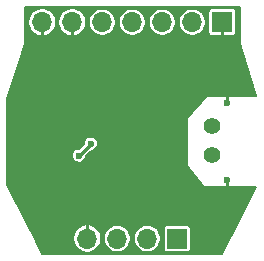
<source format=gbl>
G04 #@! TF.GenerationSoftware,KiCad,Pcbnew,(5.1.10)-1*
G04 #@! TF.CreationDate,2021-07-25T13:55:37-07:00*
G04 #@! TF.ProjectId,stat-monitor,73746174-2d6d-46f6-9e69-746f722e6b69,rev?*
G04 #@! TF.SameCoordinates,Original*
G04 #@! TF.FileFunction,Copper,L2,Bot*
G04 #@! TF.FilePolarity,Positive*
%FSLAX46Y46*%
G04 Gerber Fmt 4.6, Leading zero omitted, Abs format (unit mm)*
G04 Created by KiCad (PCBNEW (5.1.10)-1) date 2021-07-25 13:55:37*
%MOMM*%
%LPD*%
G01*
G04 APERTURE LIST*
G04 #@! TA.AperFunction,ComponentPad*
%ADD10O,1.700000X1.700000*%
G04 #@! TD*
G04 #@! TA.AperFunction,ComponentPad*
%ADD11R,1.700000X1.700000*%
G04 #@! TD*
G04 #@! TA.AperFunction,ComponentPad*
%ADD12C,1.400000*%
G04 #@! TD*
G04 #@! TA.AperFunction,ViaPad*
%ADD13C,0.600000*%
G04 #@! TD*
G04 #@! TA.AperFunction,Conductor*
%ADD14C,0.250000*%
G04 #@! TD*
G04 #@! TA.AperFunction,Conductor*
%ADD15C,0.200000*%
G04 #@! TD*
G04 #@! TA.AperFunction,Conductor*
%ADD16C,0.100000*%
G04 #@! TD*
G04 APERTURE END LIST*
D10*
X176990000Y-120300000D03*
X179530000Y-120300000D03*
X182070000Y-120300000D03*
D11*
X184610000Y-120300000D03*
X188420000Y-101981000D03*
D10*
X185880000Y-101981000D03*
X183340000Y-101981000D03*
X180800000Y-101981000D03*
X178260000Y-101981000D03*
X175720000Y-101981000D03*
X173180000Y-101981000D03*
D12*
X187579000Y-113244000D03*
X187579000Y-110744000D03*
D13*
X184531000Y-114554000D03*
X173482000Y-108712000D03*
X188849000Y-115316000D03*
X188849000Y-108839000D03*
X187579000Y-105029000D03*
X189103000Y-107442000D03*
X177927000Y-118745000D03*
X176276000Y-113284000D03*
X177292000Y-112268000D03*
D14*
X176990000Y-120300000D02*
X176990000Y-118920000D01*
X173180000Y-101981000D02*
X173180000Y-103203000D01*
X175720000Y-101981000D02*
X175720000Y-103203000D01*
X188420000Y-101981000D02*
X188420000Y-103203000D01*
X188849000Y-115316000D02*
X188849000Y-116078000D01*
X188849000Y-108839000D02*
X188849000Y-108077000D01*
X176276000Y-113284000D02*
X177292000Y-112268000D01*
D15*
X189875001Y-103788600D02*
X189874837Y-103789491D01*
X189875001Y-103800897D01*
X189875001Y-103806134D01*
X189875089Y-103807029D01*
X189875191Y-103814111D01*
X189876294Y-103819268D01*
X189876810Y-103824504D01*
X189878862Y-103831268D01*
X189879053Y-103832161D01*
X189880666Y-103837215D01*
X189883958Y-103848067D01*
X189884383Y-103848863D01*
X191282937Y-108231000D01*
X187198000Y-108231000D01*
X187174874Y-108233711D01*
X187156338Y-108240092D01*
X187139404Y-108249966D01*
X187124721Y-108262955D01*
X185473721Y-110040955D01*
X185463853Y-110053443D01*
X185454612Y-110070732D01*
X185448921Y-110089491D01*
X185447000Y-110109000D01*
X185447000Y-114173000D01*
X185450438Y-114198998D01*
X185457366Y-114217336D01*
X185467738Y-114233971D01*
X186737738Y-115884971D01*
X186746289Y-115894711D01*
X186761443Y-115907147D01*
X186778732Y-115916388D01*
X186797491Y-115922079D01*
X186817000Y-115924000D01*
X191296717Y-115924000D01*
X188423329Y-121575000D01*
X173176672Y-121575000D01*
X172468771Y-120182795D01*
X175800000Y-120182795D01*
X175800000Y-120417205D01*
X175845731Y-120647110D01*
X175935436Y-120863676D01*
X176065667Y-121058581D01*
X176231419Y-121224333D01*
X176426324Y-121354564D01*
X176642890Y-121444269D01*
X176872795Y-121490000D01*
X177107205Y-121490000D01*
X177337110Y-121444269D01*
X177553676Y-121354564D01*
X177748581Y-121224333D01*
X177914333Y-121058581D01*
X178044564Y-120863676D01*
X178134269Y-120647110D01*
X178180000Y-120417205D01*
X178180000Y-120186735D01*
X178380000Y-120186735D01*
X178380000Y-120413265D01*
X178424194Y-120635443D01*
X178510884Y-120844729D01*
X178636737Y-121033082D01*
X178796918Y-121193263D01*
X178985271Y-121319116D01*
X179194557Y-121405806D01*
X179416735Y-121450000D01*
X179643265Y-121450000D01*
X179865443Y-121405806D01*
X180074729Y-121319116D01*
X180263082Y-121193263D01*
X180423263Y-121033082D01*
X180549116Y-120844729D01*
X180635806Y-120635443D01*
X180680000Y-120413265D01*
X180680000Y-120186735D01*
X180920000Y-120186735D01*
X180920000Y-120413265D01*
X180964194Y-120635443D01*
X181050884Y-120844729D01*
X181176737Y-121033082D01*
X181336918Y-121193263D01*
X181525271Y-121319116D01*
X181734557Y-121405806D01*
X181956735Y-121450000D01*
X182183265Y-121450000D01*
X182405443Y-121405806D01*
X182614729Y-121319116D01*
X182803082Y-121193263D01*
X182963263Y-121033082D01*
X183089116Y-120844729D01*
X183175806Y-120635443D01*
X183220000Y-120413265D01*
X183220000Y-120186735D01*
X183175806Y-119964557D01*
X183089116Y-119755271D01*
X182963263Y-119566918D01*
X182846345Y-119450000D01*
X183458549Y-119450000D01*
X183458549Y-121150000D01*
X183464341Y-121208810D01*
X183481496Y-121265360D01*
X183509353Y-121317477D01*
X183546842Y-121363158D01*
X183592523Y-121400647D01*
X183644640Y-121428504D01*
X183701190Y-121445659D01*
X183760000Y-121451451D01*
X185460000Y-121451451D01*
X185518810Y-121445659D01*
X185575360Y-121428504D01*
X185627477Y-121400647D01*
X185673158Y-121363158D01*
X185710647Y-121317477D01*
X185738504Y-121265360D01*
X185755659Y-121208810D01*
X185761451Y-121150000D01*
X185761451Y-119450000D01*
X185755659Y-119391190D01*
X185738504Y-119334640D01*
X185710647Y-119282523D01*
X185673158Y-119236842D01*
X185627477Y-119199353D01*
X185575360Y-119171496D01*
X185518810Y-119154341D01*
X185460000Y-119148549D01*
X183760000Y-119148549D01*
X183701190Y-119154341D01*
X183644640Y-119171496D01*
X183592523Y-119199353D01*
X183546842Y-119236842D01*
X183509353Y-119282523D01*
X183481496Y-119334640D01*
X183464341Y-119391190D01*
X183458549Y-119450000D01*
X182846345Y-119450000D01*
X182803082Y-119406737D01*
X182614729Y-119280884D01*
X182405443Y-119194194D01*
X182183265Y-119150000D01*
X181956735Y-119150000D01*
X181734557Y-119194194D01*
X181525271Y-119280884D01*
X181336918Y-119406737D01*
X181176737Y-119566918D01*
X181050884Y-119755271D01*
X180964194Y-119964557D01*
X180920000Y-120186735D01*
X180680000Y-120186735D01*
X180635806Y-119964557D01*
X180549116Y-119755271D01*
X180423263Y-119566918D01*
X180263082Y-119406737D01*
X180074729Y-119280884D01*
X179865443Y-119194194D01*
X179643265Y-119150000D01*
X179416735Y-119150000D01*
X179194557Y-119194194D01*
X178985271Y-119280884D01*
X178796918Y-119406737D01*
X178636737Y-119566918D01*
X178510884Y-119755271D01*
X178424194Y-119964557D01*
X178380000Y-120186735D01*
X178180000Y-120186735D01*
X178180000Y-120182795D01*
X178134269Y-119952890D01*
X178044564Y-119736324D01*
X177914333Y-119541419D01*
X177748581Y-119375667D01*
X177553676Y-119245436D01*
X177337110Y-119155731D01*
X177107205Y-119110000D01*
X176872795Y-119110000D01*
X176642890Y-119155731D01*
X176426324Y-119245436D01*
X176231419Y-119375667D01*
X176065667Y-119541419D01*
X175935436Y-119736324D01*
X175845731Y-119952890D01*
X175800000Y-120182795D01*
X172468771Y-120182795D01*
X170225000Y-115770048D01*
X170225000Y-113224905D01*
X175676000Y-113224905D01*
X175676000Y-113343095D01*
X175699058Y-113459014D01*
X175744287Y-113568207D01*
X175809950Y-113666478D01*
X175893522Y-113750050D01*
X175991793Y-113815713D01*
X176100986Y-113860942D01*
X176216905Y-113884000D01*
X176335095Y-113884000D01*
X176451014Y-113860942D01*
X176560207Y-113815713D01*
X176658478Y-113750050D01*
X176742050Y-113666478D01*
X176807713Y-113568207D01*
X176852942Y-113459014D01*
X176876000Y-113343095D01*
X176876000Y-113285040D01*
X177293041Y-112868000D01*
X177351095Y-112868000D01*
X177467014Y-112844942D01*
X177576207Y-112799713D01*
X177674478Y-112734050D01*
X177758050Y-112650478D01*
X177823713Y-112552207D01*
X177868942Y-112443014D01*
X177892000Y-112327095D01*
X177892000Y-112208905D01*
X177868942Y-112092986D01*
X177823713Y-111983793D01*
X177758050Y-111885522D01*
X177674478Y-111801950D01*
X177576207Y-111736287D01*
X177467014Y-111691058D01*
X177351095Y-111668000D01*
X177232905Y-111668000D01*
X177116986Y-111691058D01*
X177007793Y-111736287D01*
X176909522Y-111801950D01*
X176825950Y-111885522D01*
X176760287Y-111983793D01*
X176715058Y-112092986D01*
X176692000Y-112208905D01*
X176692000Y-112266959D01*
X176274960Y-112684000D01*
X176216905Y-112684000D01*
X176100986Y-112707058D01*
X175991793Y-112752287D01*
X175893522Y-112817950D01*
X175809950Y-112901522D01*
X175744287Y-112999793D01*
X175699058Y-113108986D01*
X175676000Y-113224905D01*
X170225000Y-113224905D01*
X170225000Y-108519461D01*
X171715615Y-103848867D01*
X171716043Y-103848067D01*
X171719354Y-103837151D01*
X171720947Y-103832161D01*
X171721136Y-103831279D01*
X171723191Y-103824504D01*
X171723707Y-103819259D01*
X171724809Y-103814111D01*
X171724911Y-103807041D01*
X171725000Y-103806134D01*
X171725000Y-103800827D01*
X171725163Y-103789490D01*
X171725000Y-103788604D01*
X171725000Y-101863795D01*
X171990000Y-101863795D01*
X171990000Y-102098205D01*
X172035731Y-102328110D01*
X172125436Y-102544676D01*
X172255667Y-102739581D01*
X172421419Y-102905333D01*
X172616324Y-103035564D01*
X172832890Y-103125269D01*
X173062795Y-103171000D01*
X173297205Y-103171000D01*
X173527110Y-103125269D01*
X173743676Y-103035564D01*
X173938581Y-102905333D01*
X174104333Y-102739581D01*
X174234564Y-102544676D01*
X174324269Y-102328110D01*
X174370000Y-102098205D01*
X174370000Y-101863795D01*
X174530000Y-101863795D01*
X174530000Y-102098205D01*
X174575731Y-102328110D01*
X174665436Y-102544676D01*
X174795667Y-102739581D01*
X174961419Y-102905333D01*
X175156324Y-103035564D01*
X175372890Y-103125269D01*
X175602795Y-103171000D01*
X175837205Y-103171000D01*
X176067110Y-103125269D01*
X176283676Y-103035564D01*
X176478581Y-102905333D01*
X176644333Y-102739581D01*
X176774564Y-102544676D01*
X176864269Y-102328110D01*
X176910000Y-102098205D01*
X176910000Y-101867735D01*
X177110000Y-101867735D01*
X177110000Y-102094265D01*
X177154194Y-102316443D01*
X177240884Y-102525729D01*
X177366737Y-102714082D01*
X177526918Y-102874263D01*
X177715271Y-103000116D01*
X177924557Y-103086806D01*
X178146735Y-103131000D01*
X178373265Y-103131000D01*
X178595443Y-103086806D01*
X178804729Y-103000116D01*
X178993082Y-102874263D01*
X179153263Y-102714082D01*
X179279116Y-102525729D01*
X179365806Y-102316443D01*
X179410000Y-102094265D01*
X179410000Y-101867735D01*
X179650000Y-101867735D01*
X179650000Y-102094265D01*
X179694194Y-102316443D01*
X179780884Y-102525729D01*
X179906737Y-102714082D01*
X180066918Y-102874263D01*
X180255271Y-103000116D01*
X180464557Y-103086806D01*
X180686735Y-103131000D01*
X180913265Y-103131000D01*
X181135443Y-103086806D01*
X181344729Y-103000116D01*
X181533082Y-102874263D01*
X181693263Y-102714082D01*
X181819116Y-102525729D01*
X181905806Y-102316443D01*
X181950000Y-102094265D01*
X181950000Y-101867735D01*
X182190000Y-101867735D01*
X182190000Y-102094265D01*
X182234194Y-102316443D01*
X182320884Y-102525729D01*
X182446737Y-102714082D01*
X182606918Y-102874263D01*
X182795271Y-103000116D01*
X183004557Y-103086806D01*
X183226735Y-103131000D01*
X183453265Y-103131000D01*
X183675443Y-103086806D01*
X183884729Y-103000116D01*
X184073082Y-102874263D01*
X184233263Y-102714082D01*
X184359116Y-102525729D01*
X184445806Y-102316443D01*
X184490000Y-102094265D01*
X184490000Y-101867735D01*
X184730000Y-101867735D01*
X184730000Y-102094265D01*
X184774194Y-102316443D01*
X184860884Y-102525729D01*
X184986737Y-102714082D01*
X185146918Y-102874263D01*
X185335271Y-103000116D01*
X185544557Y-103086806D01*
X185766735Y-103131000D01*
X185993265Y-103131000D01*
X186215443Y-103086806D01*
X186424729Y-103000116D01*
X186613082Y-102874263D01*
X186773263Y-102714082D01*
X186899116Y-102525729D01*
X186985806Y-102316443D01*
X187030000Y-102094265D01*
X187030000Y-101867735D01*
X186985806Y-101645557D01*
X186899116Y-101436271D01*
X186773263Y-101247918D01*
X186656345Y-101131000D01*
X187228355Y-101131000D01*
X187228355Y-102831000D01*
X187234920Y-102897652D01*
X187254361Y-102961742D01*
X187285933Y-103020808D01*
X187328421Y-103072579D01*
X187380192Y-103115067D01*
X187439258Y-103146639D01*
X187503348Y-103166080D01*
X187570000Y-103172645D01*
X189270000Y-103172645D01*
X189336652Y-103166080D01*
X189400742Y-103146639D01*
X189459808Y-103115067D01*
X189511579Y-103072579D01*
X189554067Y-103020808D01*
X189585639Y-102961742D01*
X189605080Y-102897652D01*
X189611645Y-102831000D01*
X189611645Y-101131000D01*
X189605080Y-101064348D01*
X189585639Y-101000258D01*
X189554067Y-100941192D01*
X189511579Y-100889421D01*
X189459808Y-100846933D01*
X189400742Y-100815361D01*
X189336652Y-100795920D01*
X189270000Y-100789355D01*
X187570000Y-100789355D01*
X187503348Y-100795920D01*
X187439258Y-100815361D01*
X187380192Y-100846933D01*
X187328421Y-100889421D01*
X187285933Y-100941192D01*
X187254361Y-101000258D01*
X187234920Y-101064348D01*
X187228355Y-101131000D01*
X186656345Y-101131000D01*
X186613082Y-101087737D01*
X186424729Y-100961884D01*
X186215443Y-100875194D01*
X185993265Y-100831000D01*
X185766735Y-100831000D01*
X185544557Y-100875194D01*
X185335271Y-100961884D01*
X185146918Y-101087737D01*
X184986737Y-101247918D01*
X184860884Y-101436271D01*
X184774194Y-101645557D01*
X184730000Y-101867735D01*
X184490000Y-101867735D01*
X184445806Y-101645557D01*
X184359116Y-101436271D01*
X184233263Y-101247918D01*
X184073082Y-101087737D01*
X183884729Y-100961884D01*
X183675443Y-100875194D01*
X183453265Y-100831000D01*
X183226735Y-100831000D01*
X183004557Y-100875194D01*
X182795271Y-100961884D01*
X182606918Y-101087737D01*
X182446737Y-101247918D01*
X182320884Y-101436271D01*
X182234194Y-101645557D01*
X182190000Y-101867735D01*
X181950000Y-101867735D01*
X181905806Y-101645557D01*
X181819116Y-101436271D01*
X181693263Y-101247918D01*
X181533082Y-101087737D01*
X181344729Y-100961884D01*
X181135443Y-100875194D01*
X180913265Y-100831000D01*
X180686735Y-100831000D01*
X180464557Y-100875194D01*
X180255271Y-100961884D01*
X180066918Y-101087737D01*
X179906737Y-101247918D01*
X179780884Y-101436271D01*
X179694194Y-101645557D01*
X179650000Y-101867735D01*
X179410000Y-101867735D01*
X179365806Y-101645557D01*
X179279116Y-101436271D01*
X179153263Y-101247918D01*
X178993082Y-101087737D01*
X178804729Y-100961884D01*
X178595443Y-100875194D01*
X178373265Y-100831000D01*
X178146735Y-100831000D01*
X177924557Y-100875194D01*
X177715271Y-100961884D01*
X177526918Y-101087737D01*
X177366737Y-101247918D01*
X177240884Y-101436271D01*
X177154194Y-101645557D01*
X177110000Y-101867735D01*
X176910000Y-101867735D01*
X176910000Y-101863795D01*
X176864269Y-101633890D01*
X176774564Y-101417324D01*
X176644333Y-101222419D01*
X176478581Y-101056667D01*
X176283676Y-100926436D01*
X176067110Y-100836731D01*
X175837205Y-100791000D01*
X175602795Y-100791000D01*
X175372890Y-100836731D01*
X175156324Y-100926436D01*
X174961419Y-101056667D01*
X174795667Y-101222419D01*
X174665436Y-101417324D01*
X174575731Y-101633890D01*
X174530000Y-101863795D01*
X174370000Y-101863795D01*
X174324269Y-101633890D01*
X174234564Y-101417324D01*
X174104333Y-101222419D01*
X173938581Y-101056667D01*
X173743676Y-100926436D01*
X173527110Y-100836731D01*
X173297205Y-100791000D01*
X173062795Y-100791000D01*
X172832890Y-100836731D01*
X172616324Y-100926436D01*
X172421419Y-101056667D01*
X172255667Y-101222419D01*
X172125436Y-101417324D01*
X172035731Y-101633890D01*
X171990000Y-101863795D01*
X171725000Y-101863795D01*
X171725000Y-100725000D01*
X189875000Y-100725000D01*
X189875001Y-103788600D01*
G04 #@! TA.AperFunction,Conductor*
D16*
G36*
X189875001Y-103788600D02*
G01*
X189874837Y-103789491D01*
X189875001Y-103800897D01*
X189875001Y-103806134D01*
X189875089Y-103807029D01*
X189875191Y-103814111D01*
X189876294Y-103819268D01*
X189876810Y-103824504D01*
X189878862Y-103831268D01*
X189879053Y-103832161D01*
X189880666Y-103837215D01*
X189883958Y-103848067D01*
X189884383Y-103848863D01*
X191282937Y-108231000D01*
X187198000Y-108231000D01*
X187174874Y-108233711D01*
X187156338Y-108240092D01*
X187139404Y-108249966D01*
X187124721Y-108262955D01*
X185473721Y-110040955D01*
X185463853Y-110053443D01*
X185454612Y-110070732D01*
X185448921Y-110089491D01*
X185447000Y-110109000D01*
X185447000Y-114173000D01*
X185450438Y-114198998D01*
X185457366Y-114217336D01*
X185467738Y-114233971D01*
X186737738Y-115884971D01*
X186746289Y-115894711D01*
X186761443Y-115907147D01*
X186778732Y-115916388D01*
X186797491Y-115922079D01*
X186817000Y-115924000D01*
X191296717Y-115924000D01*
X188423329Y-121575000D01*
X173176672Y-121575000D01*
X172468771Y-120182795D01*
X175800000Y-120182795D01*
X175800000Y-120417205D01*
X175845731Y-120647110D01*
X175935436Y-120863676D01*
X176065667Y-121058581D01*
X176231419Y-121224333D01*
X176426324Y-121354564D01*
X176642890Y-121444269D01*
X176872795Y-121490000D01*
X177107205Y-121490000D01*
X177337110Y-121444269D01*
X177553676Y-121354564D01*
X177748581Y-121224333D01*
X177914333Y-121058581D01*
X178044564Y-120863676D01*
X178134269Y-120647110D01*
X178180000Y-120417205D01*
X178180000Y-120186735D01*
X178380000Y-120186735D01*
X178380000Y-120413265D01*
X178424194Y-120635443D01*
X178510884Y-120844729D01*
X178636737Y-121033082D01*
X178796918Y-121193263D01*
X178985271Y-121319116D01*
X179194557Y-121405806D01*
X179416735Y-121450000D01*
X179643265Y-121450000D01*
X179865443Y-121405806D01*
X180074729Y-121319116D01*
X180263082Y-121193263D01*
X180423263Y-121033082D01*
X180549116Y-120844729D01*
X180635806Y-120635443D01*
X180680000Y-120413265D01*
X180680000Y-120186735D01*
X180920000Y-120186735D01*
X180920000Y-120413265D01*
X180964194Y-120635443D01*
X181050884Y-120844729D01*
X181176737Y-121033082D01*
X181336918Y-121193263D01*
X181525271Y-121319116D01*
X181734557Y-121405806D01*
X181956735Y-121450000D01*
X182183265Y-121450000D01*
X182405443Y-121405806D01*
X182614729Y-121319116D01*
X182803082Y-121193263D01*
X182963263Y-121033082D01*
X183089116Y-120844729D01*
X183175806Y-120635443D01*
X183220000Y-120413265D01*
X183220000Y-120186735D01*
X183175806Y-119964557D01*
X183089116Y-119755271D01*
X182963263Y-119566918D01*
X182846345Y-119450000D01*
X183458549Y-119450000D01*
X183458549Y-121150000D01*
X183464341Y-121208810D01*
X183481496Y-121265360D01*
X183509353Y-121317477D01*
X183546842Y-121363158D01*
X183592523Y-121400647D01*
X183644640Y-121428504D01*
X183701190Y-121445659D01*
X183760000Y-121451451D01*
X185460000Y-121451451D01*
X185518810Y-121445659D01*
X185575360Y-121428504D01*
X185627477Y-121400647D01*
X185673158Y-121363158D01*
X185710647Y-121317477D01*
X185738504Y-121265360D01*
X185755659Y-121208810D01*
X185761451Y-121150000D01*
X185761451Y-119450000D01*
X185755659Y-119391190D01*
X185738504Y-119334640D01*
X185710647Y-119282523D01*
X185673158Y-119236842D01*
X185627477Y-119199353D01*
X185575360Y-119171496D01*
X185518810Y-119154341D01*
X185460000Y-119148549D01*
X183760000Y-119148549D01*
X183701190Y-119154341D01*
X183644640Y-119171496D01*
X183592523Y-119199353D01*
X183546842Y-119236842D01*
X183509353Y-119282523D01*
X183481496Y-119334640D01*
X183464341Y-119391190D01*
X183458549Y-119450000D01*
X182846345Y-119450000D01*
X182803082Y-119406737D01*
X182614729Y-119280884D01*
X182405443Y-119194194D01*
X182183265Y-119150000D01*
X181956735Y-119150000D01*
X181734557Y-119194194D01*
X181525271Y-119280884D01*
X181336918Y-119406737D01*
X181176737Y-119566918D01*
X181050884Y-119755271D01*
X180964194Y-119964557D01*
X180920000Y-120186735D01*
X180680000Y-120186735D01*
X180635806Y-119964557D01*
X180549116Y-119755271D01*
X180423263Y-119566918D01*
X180263082Y-119406737D01*
X180074729Y-119280884D01*
X179865443Y-119194194D01*
X179643265Y-119150000D01*
X179416735Y-119150000D01*
X179194557Y-119194194D01*
X178985271Y-119280884D01*
X178796918Y-119406737D01*
X178636737Y-119566918D01*
X178510884Y-119755271D01*
X178424194Y-119964557D01*
X178380000Y-120186735D01*
X178180000Y-120186735D01*
X178180000Y-120182795D01*
X178134269Y-119952890D01*
X178044564Y-119736324D01*
X177914333Y-119541419D01*
X177748581Y-119375667D01*
X177553676Y-119245436D01*
X177337110Y-119155731D01*
X177107205Y-119110000D01*
X176872795Y-119110000D01*
X176642890Y-119155731D01*
X176426324Y-119245436D01*
X176231419Y-119375667D01*
X176065667Y-119541419D01*
X175935436Y-119736324D01*
X175845731Y-119952890D01*
X175800000Y-120182795D01*
X172468771Y-120182795D01*
X170225000Y-115770048D01*
X170225000Y-113224905D01*
X175676000Y-113224905D01*
X175676000Y-113343095D01*
X175699058Y-113459014D01*
X175744287Y-113568207D01*
X175809950Y-113666478D01*
X175893522Y-113750050D01*
X175991793Y-113815713D01*
X176100986Y-113860942D01*
X176216905Y-113884000D01*
X176335095Y-113884000D01*
X176451014Y-113860942D01*
X176560207Y-113815713D01*
X176658478Y-113750050D01*
X176742050Y-113666478D01*
X176807713Y-113568207D01*
X176852942Y-113459014D01*
X176876000Y-113343095D01*
X176876000Y-113285040D01*
X177293041Y-112868000D01*
X177351095Y-112868000D01*
X177467014Y-112844942D01*
X177576207Y-112799713D01*
X177674478Y-112734050D01*
X177758050Y-112650478D01*
X177823713Y-112552207D01*
X177868942Y-112443014D01*
X177892000Y-112327095D01*
X177892000Y-112208905D01*
X177868942Y-112092986D01*
X177823713Y-111983793D01*
X177758050Y-111885522D01*
X177674478Y-111801950D01*
X177576207Y-111736287D01*
X177467014Y-111691058D01*
X177351095Y-111668000D01*
X177232905Y-111668000D01*
X177116986Y-111691058D01*
X177007793Y-111736287D01*
X176909522Y-111801950D01*
X176825950Y-111885522D01*
X176760287Y-111983793D01*
X176715058Y-112092986D01*
X176692000Y-112208905D01*
X176692000Y-112266959D01*
X176274960Y-112684000D01*
X176216905Y-112684000D01*
X176100986Y-112707058D01*
X175991793Y-112752287D01*
X175893522Y-112817950D01*
X175809950Y-112901522D01*
X175744287Y-112999793D01*
X175699058Y-113108986D01*
X175676000Y-113224905D01*
X170225000Y-113224905D01*
X170225000Y-108519461D01*
X171715615Y-103848867D01*
X171716043Y-103848067D01*
X171719354Y-103837151D01*
X171720947Y-103832161D01*
X171721136Y-103831279D01*
X171723191Y-103824504D01*
X171723707Y-103819259D01*
X171724809Y-103814111D01*
X171724911Y-103807041D01*
X171725000Y-103806134D01*
X171725000Y-103800827D01*
X171725163Y-103789490D01*
X171725000Y-103788604D01*
X171725000Y-101863795D01*
X171990000Y-101863795D01*
X171990000Y-102098205D01*
X172035731Y-102328110D01*
X172125436Y-102544676D01*
X172255667Y-102739581D01*
X172421419Y-102905333D01*
X172616324Y-103035564D01*
X172832890Y-103125269D01*
X173062795Y-103171000D01*
X173297205Y-103171000D01*
X173527110Y-103125269D01*
X173743676Y-103035564D01*
X173938581Y-102905333D01*
X174104333Y-102739581D01*
X174234564Y-102544676D01*
X174324269Y-102328110D01*
X174370000Y-102098205D01*
X174370000Y-101863795D01*
X174530000Y-101863795D01*
X174530000Y-102098205D01*
X174575731Y-102328110D01*
X174665436Y-102544676D01*
X174795667Y-102739581D01*
X174961419Y-102905333D01*
X175156324Y-103035564D01*
X175372890Y-103125269D01*
X175602795Y-103171000D01*
X175837205Y-103171000D01*
X176067110Y-103125269D01*
X176283676Y-103035564D01*
X176478581Y-102905333D01*
X176644333Y-102739581D01*
X176774564Y-102544676D01*
X176864269Y-102328110D01*
X176910000Y-102098205D01*
X176910000Y-101867735D01*
X177110000Y-101867735D01*
X177110000Y-102094265D01*
X177154194Y-102316443D01*
X177240884Y-102525729D01*
X177366737Y-102714082D01*
X177526918Y-102874263D01*
X177715271Y-103000116D01*
X177924557Y-103086806D01*
X178146735Y-103131000D01*
X178373265Y-103131000D01*
X178595443Y-103086806D01*
X178804729Y-103000116D01*
X178993082Y-102874263D01*
X179153263Y-102714082D01*
X179279116Y-102525729D01*
X179365806Y-102316443D01*
X179410000Y-102094265D01*
X179410000Y-101867735D01*
X179650000Y-101867735D01*
X179650000Y-102094265D01*
X179694194Y-102316443D01*
X179780884Y-102525729D01*
X179906737Y-102714082D01*
X180066918Y-102874263D01*
X180255271Y-103000116D01*
X180464557Y-103086806D01*
X180686735Y-103131000D01*
X180913265Y-103131000D01*
X181135443Y-103086806D01*
X181344729Y-103000116D01*
X181533082Y-102874263D01*
X181693263Y-102714082D01*
X181819116Y-102525729D01*
X181905806Y-102316443D01*
X181950000Y-102094265D01*
X181950000Y-101867735D01*
X182190000Y-101867735D01*
X182190000Y-102094265D01*
X182234194Y-102316443D01*
X182320884Y-102525729D01*
X182446737Y-102714082D01*
X182606918Y-102874263D01*
X182795271Y-103000116D01*
X183004557Y-103086806D01*
X183226735Y-103131000D01*
X183453265Y-103131000D01*
X183675443Y-103086806D01*
X183884729Y-103000116D01*
X184073082Y-102874263D01*
X184233263Y-102714082D01*
X184359116Y-102525729D01*
X184445806Y-102316443D01*
X184490000Y-102094265D01*
X184490000Y-101867735D01*
X184730000Y-101867735D01*
X184730000Y-102094265D01*
X184774194Y-102316443D01*
X184860884Y-102525729D01*
X184986737Y-102714082D01*
X185146918Y-102874263D01*
X185335271Y-103000116D01*
X185544557Y-103086806D01*
X185766735Y-103131000D01*
X185993265Y-103131000D01*
X186215443Y-103086806D01*
X186424729Y-103000116D01*
X186613082Y-102874263D01*
X186773263Y-102714082D01*
X186899116Y-102525729D01*
X186985806Y-102316443D01*
X187030000Y-102094265D01*
X187030000Y-101867735D01*
X186985806Y-101645557D01*
X186899116Y-101436271D01*
X186773263Y-101247918D01*
X186656345Y-101131000D01*
X187228355Y-101131000D01*
X187228355Y-102831000D01*
X187234920Y-102897652D01*
X187254361Y-102961742D01*
X187285933Y-103020808D01*
X187328421Y-103072579D01*
X187380192Y-103115067D01*
X187439258Y-103146639D01*
X187503348Y-103166080D01*
X187570000Y-103172645D01*
X189270000Y-103172645D01*
X189336652Y-103166080D01*
X189400742Y-103146639D01*
X189459808Y-103115067D01*
X189511579Y-103072579D01*
X189554067Y-103020808D01*
X189585639Y-102961742D01*
X189605080Y-102897652D01*
X189611645Y-102831000D01*
X189611645Y-101131000D01*
X189605080Y-101064348D01*
X189585639Y-101000258D01*
X189554067Y-100941192D01*
X189511579Y-100889421D01*
X189459808Y-100846933D01*
X189400742Y-100815361D01*
X189336652Y-100795920D01*
X189270000Y-100789355D01*
X187570000Y-100789355D01*
X187503348Y-100795920D01*
X187439258Y-100815361D01*
X187380192Y-100846933D01*
X187328421Y-100889421D01*
X187285933Y-100941192D01*
X187254361Y-101000258D01*
X187234920Y-101064348D01*
X187228355Y-101131000D01*
X186656345Y-101131000D01*
X186613082Y-101087737D01*
X186424729Y-100961884D01*
X186215443Y-100875194D01*
X185993265Y-100831000D01*
X185766735Y-100831000D01*
X185544557Y-100875194D01*
X185335271Y-100961884D01*
X185146918Y-101087737D01*
X184986737Y-101247918D01*
X184860884Y-101436271D01*
X184774194Y-101645557D01*
X184730000Y-101867735D01*
X184490000Y-101867735D01*
X184445806Y-101645557D01*
X184359116Y-101436271D01*
X184233263Y-101247918D01*
X184073082Y-101087737D01*
X183884729Y-100961884D01*
X183675443Y-100875194D01*
X183453265Y-100831000D01*
X183226735Y-100831000D01*
X183004557Y-100875194D01*
X182795271Y-100961884D01*
X182606918Y-101087737D01*
X182446737Y-101247918D01*
X182320884Y-101436271D01*
X182234194Y-101645557D01*
X182190000Y-101867735D01*
X181950000Y-101867735D01*
X181905806Y-101645557D01*
X181819116Y-101436271D01*
X181693263Y-101247918D01*
X181533082Y-101087737D01*
X181344729Y-100961884D01*
X181135443Y-100875194D01*
X180913265Y-100831000D01*
X180686735Y-100831000D01*
X180464557Y-100875194D01*
X180255271Y-100961884D01*
X180066918Y-101087737D01*
X179906737Y-101247918D01*
X179780884Y-101436271D01*
X179694194Y-101645557D01*
X179650000Y-101867735D01*
X179410000Y-101867735D01*
X179365806Y-101645557D01*
X179279116Y-101436271D01*
X179153263Y-101247918D01*
X178993082Y-101087737D01*
X178804729Y-100961884D01*
X178595443Y-100875194D01*
X178373265Y-100831000D01*
X178146735Y-100831000D01*
X177924557Y-100875194D01*
X177715271Y-100961884D01*
X177526918Y-101087737D01*
X177366737Y-101247918D01*
X177240884Y-101436271D01*
X177154194Y-101645557D01*
X177110000Y-101867735D01*
X176910000Y-101867735D01*
X176910000Y-101863795D01*
X176864269Y-101633890D01*
X176774564Y-101417324D01*
X176644333Y-101222419D01*
X176478581Y-101056667D01*
X176283676Y-100926436D01*
X176067110Y-100836731D01*
X175837205Y-100791000D01*
X175602795Y-100791000D01*
X175372890Y-100836731D01*
X175156324Y-100926436D01*
X174961419Y-101056667D01*
X174795667Y-101222419D01*
X174665436Y-101417324D01*
X174575731Y-101633890D01*
X174530000Y-101863795D01*
X174370000Y-101863795D01*
X174324269Y-101633890D01*
X174234564Y-101417324D01*
X174104333Y-101222419D01*
X173938581Y-101056667D01*
X173743676Y-100926436D01*
X173527110Y-100836731D01*
X173297205Y-100791000D01*
X173062795Y-100791000D01*
X172832890Y-100836731D01*
X172616324Y-100926436D01*
X172421419Y-101056667D01*
X172255667Y-101222419D01*
X172125436Y-101417324D01*
X172035731Y-101633890D01*
X171990000Y-101863795D01*
X171725000Y-101863795D01*
X171725000Y-100725000D01*
X189875000Y-100725000D01*
X189875001Y-103788600D01*
G37*
G04 #@! TD.AperFunction*
M02*

</source>
